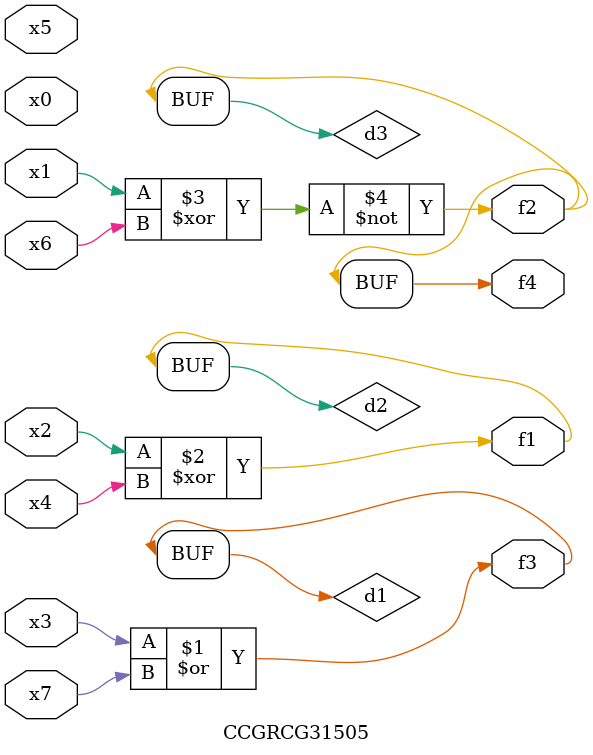
<source format=v>
module CCGRCG31505(
	input x0, x1, x2, x3, x4, x5, x6, x7,
	output f1, f2, f3, f4
);

	wire d1, d2, d3;

	or (d1, x3, x7);
	xor (d2, x2, x4);
	xnor (d3, x1, x6);
	assign f1 = d2;
	assign f2 = d3;
	assign f3 = d1;
	assign f4 = d3;
endmodule

</source>
